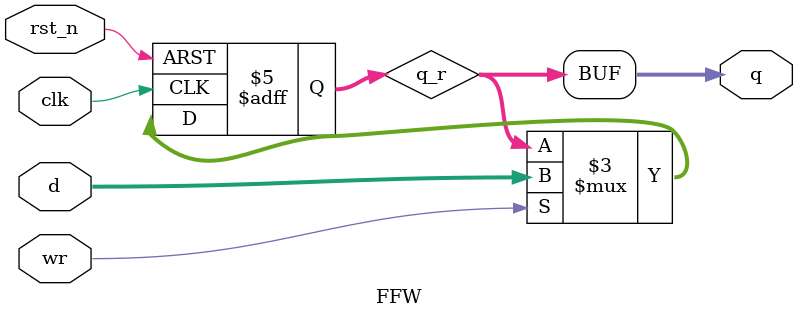
<source format=v>
/*
 * Description: This module is all about FF(flip-flop).
 *		1. FF: negedge reset, NO write-able.
 *		2. FFW: negedge reset, with write-able.
 * Author: ZengYX
 * Date:   2014.8.1
 */

module FF (
	clk, rst_n, d, q
);

	parameter WIDTH = 8, RESET = 0;
	
	input              clk;
	input              rst_n;
	input  [0:WIDTH-1] d;
	output [0:WIDTH-1] q;
	
	reg [0:WIDTH-1] q_r;
	
	always @(posedge clk or negedge rst_n) begin
		if (!rst_n)
			q_r <= RESET;
		else
			q_r <= d;
	end // end always
	
	assign q = q_r;
	
endmodule

module FFW (
	clk, rst_n, wr, d, q
);

	parameter WIDTH = 8, RESET = 0;
	
	input              clk;
	input              rst_n;
	input			   wr;	
	input  [0:WIDTH-1] d;
	output [0:WIDTH-1] q;
	
	reg [0:WIDTH-1] q_r;
	
	always @(posedge clk or negedge rst_n) begin
		if (!rst_n)
			q_r <= RESET;
		else if (wr)
			q_r <= d;
	end // end always
	
	assign q = q_r;
	
endmodule

</source>
